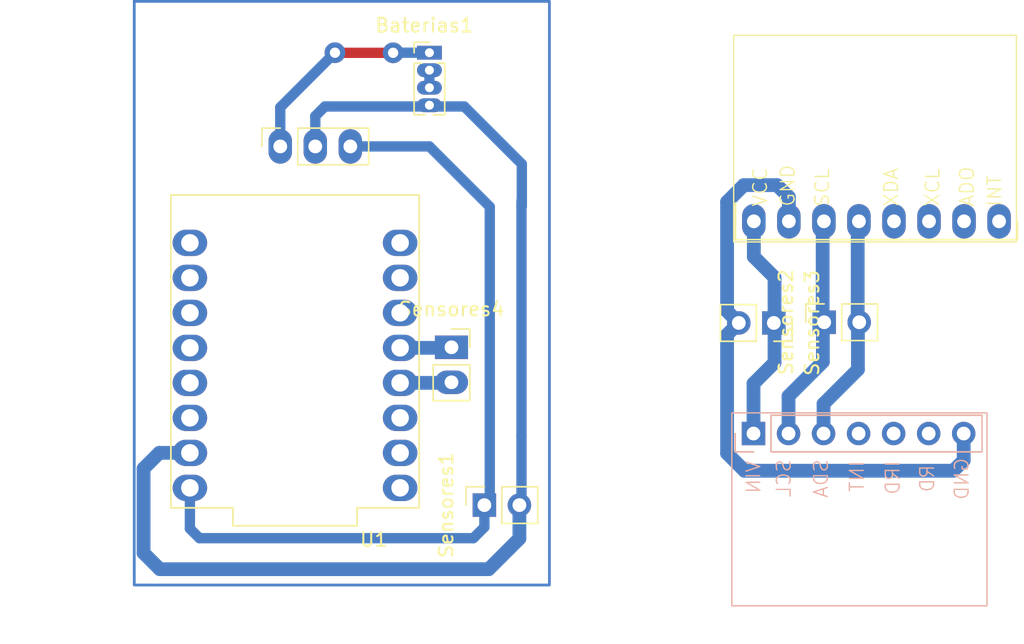
<source format=kicad_pcb>
(kicad_pcb (version 20221018) (generator pcbnew)
  (layers (0 "F.Cu" signal) (31 "B.Cu" signal) (34 "B.Paste" user) (35 "F.Paste" user) (36 "B.SilkS" user "B.Silkscreen") (37 "F.SilkS" user "F.Silkscreen") (38 "B.Mask" user) (39 "F.Mask" user) (44 "Edge.Cuts" user))
  (net 0 "")
  (net 1 "RX")
  (net 2 "TX")
  (net 3 "GND")
  (net 17 "+5V")
  (net 18 "SCL")
  (net 19 "SDA")
  (net 20 "Net-(Baterias1-Pin_1)")
  (net 21 "Net-(Baterias1-Pin_2)")
  (footprint "ESP32-C3_SUPERMINI_TH:MODULE_ESP32-C3_SUPERMINI" (layer "F.Cu") (at 46.08 68.72 180)
    (fp_text reference "U1" (at -5.715 -13.6525) (layer "F.SilkS"))
    (fp_text value "ESP32-C3_SUPERMINI_TH" hide)
    (fp_line (start -9 11.35) (end -9 -11.35) (stroke (width 0.127)) (layer "F.SilkS"))
    (fp_line (start -4.5 -12.65) (end -4.5 -11.35) (stroke (width 0.127)) (layer "F.SilkS"))
    (fp_line (start -4.5 -11.35) (end -9 -11.35) (stroke (width 0.127)) (layer "F.SilkS"))
    (fp_line (start 4.5 -12.65) (end -4.5 -12.65) (stroke (width 0.127)) (layer "F.SilkS"))
    (fp_line (start 4.5 -12.65) (end 4.5 -11.35) (stroke (width 0.127)) (layer "F.SilkS"))
    (fp_line (start 9 -11.35) (end 4.5 -11.35) (stroke (width 0.127)) (layer "F.SilkS"))
    (fp_line (start 9 11.35) (end -9 11.35) (stroke (width 0.127)) (layer "F.SilkS"))
    (fp_line (start 9 11.35) (end 9 -11.35) (stroke (width 0.127)) (layer "F.SilkS"))
    (pad "0" thru_hole oval (at 7.62 7.88 180) (size 2.5 1.905) (drill 1.27) (layers "*.Cu" "*.Mask"))
    (pad "1" thru_hole oval (at 7.62 5.34 180) (size 2.5 1.905) (drill 1.27) (layers "*.Cu" "*.Mask"))
    (pad "2" thru_hole oval (at 7.62 2.8 180) (size 2.5 1.905) (drill 1.27) (layers "*.Cu" "*.Mask"))
    (pad "3" thru_hole oval (at 7.62 0.26 180) (size 2.5 1.905) (drill 1.27) (layers "*.Cu" "*.Mask"))
    (pad "3.3" thru_hole oval (at 7.62 -4.82 180) (size 2.5 1.905) (drill 1.27) (layers "*.Cu" "*.Mask"))
    (pad "4" thru_hole oval (at 7.62 -2.28 180) (size 2.5 1.905) (drill 1.27) (layers "*.Cu" "*.Mask"))
    (pad "5" thru_hole oval (at -7.62 -9.9 180) (size 2.5 1.905) (drill 1.27) (layers "*.Cu" "*.Mask"))
    (pad "5V" thru_hole oval (at 7.62 -9.9 180) (size 2.5 1.905) (drill 1.27) (layers "*.Cu" "*.Mask") (net 17 "+5V"))
    (pad "6" thru_hole oval (at -7.62 -7.36 180) (size 2.5 1.905) (drill 1.27) (layers "*.Cu" "*.Mask"))
    (pad "7" thru_hole oval (at -7.62 -4.82 180) (size 2.5 1.905) (drill 1.27) (layers "*.Cu" "*.Mask"))
    (pad "8" thru_hole oval (at -7.62 -2.28 180) (size 2.5 1.905) (drill 1.27) (layers "*.Cu" "*.Mask") (net 19 "SDA"))
    (pad "9" thru_hole oval (at -7.62 0.26 180) (size 2.5 1.905) (drill 1.27) (layers "*.Cu" "*.Mask") (net 18 "SCL"))
    (pad "10" thru_hole oval (at -7.62 2.8 180) (size 2.5 1.905) (drill 1.27) (layers "*.Cu" "*.Mask"))
    (pad "20" thru_hole oval (at -7.62 5.34 180) (size 2.5 1.905) (drill 1.27) (layers "*.Cu" "*.Mask") (net 2 "TX"))
    (pad "21" thru_hole oval (at -7.62 7.88 180) (size 2.5 1.905) (drill 1.27) (layers "*.Cu" "*.Mask") (net 1 "RX"))
    (pad "G" thru_hole oval (at 7.62 -7.36 180) (size 2.5 1.905) (drill 1.27) (layers "*.Cu" "*.Mask") (net 3 "GND"))
  )
  (footprint "Connector_PinHeader_1.27mm:PinHeader_1x04_P1.27mm_Vertical" (layer "F.Cu") (at 55.825 47.045)
    (fp_text reference "Baterias1" (at -0.375 -1.99) (layer "F.SilkS"))
    (fp_text value "Conn_01x04_Pin" hide)
    (fp_line (start -1.11 -0.76) (end 0 -0.76) (stroke (width 0.12)) (layer "F.SilkS"))
    (fp_line (start -1.11 0) (end -1.11 -0.76) (stroke (width 0.12)) (layer "F.SilkS"))
    (fp_line (start -1.11 0.76) (end -1.11 4.505) (stroke (width 0.12)) (layer "F.SilkS"))
    (fp_line (start -1.11 0.76) (end -0.563471 0.76) (stroke (width 0.12)) (layer "F.SilkS"))
    (fp_line (start -1.11 4.505) (end -0.30753 4.505) (stroke (width 0.12)) (layer "F.SilkS"))
    (fp_line (start 0.30753 4.505) (end 1.11 4.505) (stroke (width 0.12)) (layer "F.SilkS"))
    (fp_line (start 0.563471 0.76) (end 1.11 0.76) (stroke (width 0.12)) (layer "F.SilkS"))
    (fp_line (start 1.11 0.76) (end 1.11 4.505) (stroke (width 0.12)) (layer "F.SilkS"))
    (pad "1" thru_hole rect (at 0 0) (size 1.8 1) (drill 0.65) (layers "*.Cu" "*.Mask") (net 20 "Net-(Baterias1-Pin_1)"))
    (pad "2" thru_hole oval (at 0 1.27) (size 1.8 1) (drill 0.65) (layers "*.Cu" "*.Mask") (net 21 "Net-(Baterias1-Pin_2)"))
    (pad "3" thru_hole oval (at 0 2.54) (size 1.8 1) (drill 0.65) (layers "*.Cu" "*.Mask") (net 21 "Net-(Baterias1-Pin_2)"))
    (pad "4" thru_hole oval (at 0 3.81) (size 1.8 1) (drill 0.65) (layers "*.Cu" "*.Mask") (net 3 "GND"))
  )
  (footprint "Connector_PinSocket_2.54mm:PinSocket_1x02_P2.54mm_Vertical" (layer "F.Cu") (at 80.7975 66.6525 -90)
    (fp_text reference "Sensores3" (at 0 -2.77 -270) (layer "F.SilkS"))
    (fp_text value "Conn_01x02_Socket")
    (fp_line (start -1.33 1.27) (end -1.33 3.87) (stroke (width 0.12)) (layer "F.SilkS"))
    (fp_line (start -1.33 1.27) (end 1.33 1.27) (stroke (width 0.12)) (layer "F.SilkS"))
    (fp_line (start -1.33 3.87) (end 1.33 3.87) (stroke (width 0.12)) (layer "F.SilkS"))
    (fp_line (start 0 -1.33) (end 1.33 -1.33) (stroke (width 0.12)) (layer "F.SilkS"))
    (fp_line (start 1.33 -1.33) (end 1.33 0) (stroke (width 0.12)) (layer "F.SilkS"))
    (fp_line (start 1.33 1.27) (end 1.33 3.87) (stroke (width 0.12)) (layer "F.SilkS"))
    (pad "1" thru_hole rect (at 0 0 270) (size 1.7 1.7) (drill 1) (layers "*.Cu" "*.Mask") (net 17 "+5V"))
    (pad "2" thru_hole oval (at 0 2.54 270) (size 1.7 1.7) (drill 1) (layers "*.Cu" "*.Mask") (net 3 "GND"))
  )
  (footprint "Connector_PinSocket_2.54mm:PinSocket_1x02_P2.54mm_Vertical" (layer "F.Cu") (at 57.425 68.42)
    (fp_text reference "Sensores4" (at 0 -2.77) (layer "F.SilkS"))
    (fp_text value "Conn_01x02_Socket")
    (fp_line (start -1.33 1.27) (end -1.33 3.87) (stroke (width 0.12)) (layer "F.SilkS"))
    (fp_line (start -1.33 1.27) (end 1.33 1.27) (stroke (width 0.12)) (layer "F.SilkS"))
    (fp_line (start -1.33 3.87) (end 1.33 3.87) (stroke (width 0.12)) (layer "F.SilkS"))
    (fp_line (start 0 -1.33) (end 1.33 -1.33) (stroke (width 0.12)) (layer "F.SilkS"))
    (fp_line (start 1.33 -1.33) (end 1.33 0) (stroke (width 0.12)) (layer "F.SilkS"))
    (fp_line (start 1.33 1.27) (end 1.33 3.87) (stroke (width 0.12)) (layer "F.SilkS"))
    (pad "1" thru_hole rect (at 0 0) (size 2.4 1.7) (drill 1) (layers "*.Cu" "*.Mask") (net 18 "SCL"))
    (pad "e" thru_hole oval (at 0 2.54) (size 2.4 1.7) (drill 1) (layers "*.Cu" "*.Mask") (net 19 "SDA"))
  )
  (footprint "Connector_PinSocket_2.54mm:PinSocket_1x02_P2.54mm_Vertical" (layer "F.Cu") (at 59.81 79.87 90)
    (fp_text reference "Sensores1" (at 0 -2.77 90) (layer "F.SilkS"))
    (fp_text value "Conn_01x02_Socket" hide)
    (fp_line (start -1.33 1.27) (end -1.33 3.87) (stroke (width 0.12)) (layer "F.SilkS"))
    (fp_line (start -1.33 1.27) (end 1.33 1.27) (stroke (width 0.12)) (layer "F.SilkS"))
    (fp_line (start -1.33 3.87) (end 1.33 3.87) (stroke (width 0.12)) (layer "F.SilkS"))
    (fp_line (start 0 -1.33) (end 1.33 -1.33) (stroke (width 0.12)) (layer "F.SilkS"))
    (fp_line (start 1.33 -1.33) (end 1.33 0) (stroke (width 0.12)) (layer "F.SilkS"))
    (fp_line (start 1.33 1.27) (end 1.33 3.87) (stroke (width 0.12)) (layer "F.SilkS"))
    (pad "1" thru_hole rect (at 0 0 90) (size 1.7 1.7) (drill 1) (layers "*.Cu" "*.Mask") (net 17 "+5V"))
    (pad "2" thru_hole oval (at 0 2.54 90) (size 1.7 1.7) (drill 1) (layers "*.Cu" "*.Mask") (net 3 "GND"))
  )
  (footprint "HUELLAS MIAS:MPU6050" (layer "F.Cu") (at 87.3875 52.7775 90)
    (fp_text reference "MPU1" hide)
    (fp_text value "~")
    (fp_text user "XDA" (at -5.5 2.5 90 unlocked) (layer "F.SilkS") (effects (font (thickness 0.1)) (justify left bottom)))
    (fp_text user "XCL" (at -5.5 5.5 90 unlocked) (layer "F.SilkS") (effects (font (thickness 0.1)) (justify left bottom)))
    (fp_text user "INT" (at -5.5 10 90 unlocked) (layer "F.SilkS") (effects (font (thickness 0.1)) (justify left bottom)))
    (fp_text user "ADO" (at -5.5 8 90 unlocked) (layer "F.SilkS") (effects (font (thickness 0.1)) (justify left bottom)))
    (fp_text user "VCC" (at -5.5 -7 90 unlocked) (layer "F.SilkS") (effects (font (thickness 0.1)) (justify left bottom)))
    (fp_text user "GND" (at -5.5 -5 90 unlocked) (layer "F.SilkS") (effects (font (thickness 0.1)) (justify left bottom)))
    (fp_text user "SCL" (at -5.5 -2.5 90 unlocked) (layer "F.SilkS") (effects (font (thickness 0.1)) (justify left bottom)))
    (fp_line (start -7.83 -6.77) (end -7.83 11.07) (stroke (width 0.12)) (layer "F.SilkS"))
    (fp_line (start -7.83 8.47) (end -7.83 -9.37) (stroke (width 0.12)) (layer "F.SilkS"))
    (fp_line (start -7.83 11.07) (end -7.83 9.74) (stroke (width 0.12)) (layer "F.SilkS"))
    (fp_line (start -6.5 11.07) (end -7.83 11.07) (stroke (width 0.12)) (layer "F.SilkS"))
    (fp_line (start -5.17 -9.37) (end -7.83 -9.37) (stroke (width 0.12)) (layer "F.SilkS"))
    (fp_rect (start -8 -9.5) (end 7 11) (stroke (width 0.1)) (fill none) (layer "F.SilkS"))
    (pad "1" thru_hole oval (at -6.5 -8.04 90) (size 2.5 1.7) (drill 1) (layers "*.Cu" "*.Mask") (net 17 "+5V"))
    (pad "2" thru_hole oval (at -6.5 -5.5 90) (size 2.5 1.7) (drill 1) (layers "*.Cu" "*.Mask") (net 3 "GND"))
    (pad "3" thru_hole oval (at -6.5 -2.96 90) (size 2.5 1.7) (drill 1) (layers "*.Cu" "*.Mask") (net 18 "SCL"))
    (pad "4" thru_hole oval (at -6.5 -0.42 90) (size 2.5 1.7) (drill 1) (layers "*.Cu" "*.Mask") (net 19 "SDA"))
    (pad "5" thru_hole oval (at -6.5 2.12 90) (size 2.5 1.7) (drill 1) (layers "*.Cu" "*.Mask"))
    (pad "6" thru_hole oval (at -6.5 4.66 90) (size 2.5 1.7) (drill 1) (layers "*.Cu" "*.Mask"))
    (pad "7" thru_hole oval (at -6.5 7.2 90) (size 2.5 1.7) (drill 1) (layers "*.Cu" "*.Mask"))
    (pad "8" thru_hole oval (at -6.5 9.74 90) (size 2.5 1.7) (drill 1) (layers "*.Cu" "*.Mask"))
  )
  (footprint "Connector_PinSocket_2.54mm:PinSocket_1x03_P2.54mm_Vertical" (layer "F.Cu") (at 45.01 53.845 90)
    (fp_text reference "J3" hide)
    (fp_text value "L7805")
    (fp_line (start -1.33 1.27) (end -1.33 6.41) (stroke (width 0.12)) (layer "F.SilkS"))
    (fp_line (start -1.33 1.27) (end 1.33 1.27) (stroke (width 0.12)) (layer "F.SilkS"))
    (fp_line (start -1.33 6.41) (end 1.33 6.41) (stroke (width 0.12)) (layer "F.SilkS"))
    (fp_line (start 0 -1.33) (end 1.33 -1.33) (stroke (width 0.12)) (layer "F.SilkS"))
    (fp_line (start 1.33 -1.33) (end 1.33 0) (stroke (width 0.12)) (layer "F.SilkS"))
    (fp_line (start 1.33 1.27) (end 1.33 6.41) (stroke (width 0.12)) (layer "F.SilkS"))
    (pad "1" thru_hole oval (at 0 0 90) (size 2.5 1.7) (drill 1) (layers "*.Cu" "*.Mask") (net 20 "Net-(Baterias1-Pin_1)"))
    (pad "2" thru_hole oval (at 0 2.54 90) (size 2.5 1.7) (drill 1) (layers "*.Cu" "*.Mask") (net 3 "GND"))
    (pad "3" thru_hole oval (at 0 5.08 90) (size 2.5 1.7) (drill 1) (layers "*.Cu" "*.Mask") (net 17 "+5V"))
  )
  (footprint "Connector_PinSocket_2.54mm:PinSocket_1x02_P2.54mm_Vertical" (layer "F.Cu") (at 84.4475 66.6025 90)
    (fp_text reference "Sensores2" (at 0 -2.77 90) (layer "F.SilkS"))
    (fp_text value "Conn_01x02_Socket")
    (fp_line (start -1.33 1.27) (end -1.33 3.87) (stroke (width 0.12)) (layer "F.SilkS"))
    (fp_line (start -1.33 1.27) (end 1.33 1.27) (stroke (width 0.12)) (layer "F.SilkS"))
    (fp_line (start -1.33 3.87) (end 1.33 3.87) (stroke (width 0.12)) (layer "F.SilkS"))
    (fp_line (start 0 -1.33) (end 1.33 -1.33) (stroke (width 0.12)) (layer "F.SilkS"))
    (fp_line (start 1.33 -1.33) (end 1.33 0) (stroke (width 0.12)) (layer "F.SilkS"))
    (fp_line (start 1.33 1.27) (end 1.33 3.87) (stroke (width 0.12)) (layer "F.SilkS"))
    (pad "1" thru_hole rect (at 0 0 90) (size 1.7 1.7) (drill 1) (layers "*.Cu" "*.Mask") (net 18 "SCL"))
    (pad "2" thru_hole oval (at 0 2.54 90) (size 1.7 1.7) (drill 1) (layers "*.Cu" "*.Mask") (net 19 "SDA"))
  )
  (footprint "MAX30102:max30102" (layer "B.Cu") (at 84.9025 74.6775 -90)
    (fp_text reference "U2" hide)
    (fp_text value "~")
    (fp_text user "RD" (at 2.2 -7.6 -270 unlocked) (layer "B.SilkS") (effects (font (thickness 0.1)) (justify left bottom mirror)))
    (fp_text user "IRD" (at 1.9 -5.1 -270 unlocked) (layer "B.SilkS") (effects (font (thickness 0.1)) (justify left bottom mirror)))
    (fp_text user "INT" (at 1.9 -2.5 -270 unlocked) (layer "B.SilkS") (effects (font (thickness 0.1)) (justify left bottom mirror)))
    (fp_text user "VIN" (at 1.9 5 -270 unlocked) (layer "B.SilkS") (effects (font (thickness 0.1)) (justify left bottom mirror)))
    (fp_text user "GND" (at 1.7 -10.1 -270 unlocked) (layer "B.SilkS") (effects (font (thickness 0.1)) (justify left bottom mirror)))
    (fp_text user "SDA" (at 1.8 0.1 -270 unlocked) (layer "B.SilkS") (effects (font (thickness 0.1)) (justify left bottom mirror)))
    (fp_text user "SCL" (at 1.8 2.8 -270 unlocked) (layer "B.SilkS") (effects (font (thickness 0.1)) (justify left bottom mirror)))
    (fp_line (start -1.33 -10.99) (end 1.33 -10.99) (stroke (width 0.1)) (layer "B.SilkS"))
    (fp_line (start -1.33 4.31) (end -1.33 -10.99) (stroke (width 0.12)) (layer "B.SilkS"))
    (fp_line (start -1.33 4.31) (end 1.33 4.31) (stroke (width 0.12)) (layer "B.SilkS"))
    (fp_line (start 0 6.91) (end 1.33 6.91) (stroke (width 0.12)) (layer "B.SilkS"))
    (fp_line (start 1.33 4.31) (end 1.33 -10.99) (stroke (width 0.12)) (layer "B.SilkS"))
    (fp_line (start 1.33 6.91) (end 1.33 5.58) (stroke (width 0.12)) (layer "B.SilkS"))
    (fp_rect (start -1.5 7.15) (end 12.5 -11.35) (stroke (width 0.1)) (fill none) (layer "B.SilkS"))
    (pad "1" thru_hole rect (at 0 5.58 270) (size 1.7 1.7) (drill 1) (layers "*.Cu" "*.Mask") (net 17 "+5V"))
    (pad "2" thru_hole oval (at 0 3.04 270) (size 1.7 1.7) (drill 1) (layers "*.Cu" "*.Mask") (net 18 "SCL"))
    (pad "3" thru_hole oval (at 0 0.5 270) (size 1.7 1.7) (drill 1) (layers "*.Cu" "*.Mask") (net 19 "SDA"))
    (pad "4" thru_hole oval (at 0 -2.04 270) (size 1.7 1.7) (drill 1) (layers "*.Cu" "*.Mask"))
    (pad "5" thru_hole oval (at 0 -4.58 270) (size 1.7 1.7) (drill 1) (layers "*.Cu" "*.Mask"))
    (pad "6" thru_hole oval (at 0 -7.12 270) (size 1.7 1.7) (drill 1) (layers "*.Cu" "*.Mask"))
    (pad "7" thru_hole oval (at 0 -9.66 270) (size 1.7 1.7) (drill 1) (layers "*.Cu" "*.Mask") (net 3 "GND"))
  )
  (gr_rect (start 34.425 43.32) (end 64.525 85.67) (stroke (width 0.2)) (fill none) (layer "B.Cu"))
  (segment (start 47.55 51.645) (end 48.25 50.945) (width 0.75) (layer "B.Cu") (net 3))
  (segment (start 62.35 82.295) (end 62.35 79.87) (width 1) (layer "B.Cu") (net 3))
  (segment (start 78.6675 77.3775) (end 77.4075 76.1175) (width 1) (layer "B.Cu") (net 3))
  (segment (start 38.54 76) (end 38.46 76.08) (width 1) (layer "B.Cu") (net 3))
  (segment (start 36.24 76.08) (end 35.1 77.22) (width 1) (layer "B.Cu") (net 3))
  (segment (start 77.4075 67.5025) (end 78.2575 66.6525) (width 1) (layer "B.Cu") (net 3))
  (segment (start 62.525 58.17) (end 62.5 58.195) (width 0.75) (layer "B.Cu") (net 3))
  (segment (start 48.25 50.945) (end 58.35 50.945) (width 0.75) (layer "B.Cu") (net 3))
  (segment (start 81.8875 57.5175) (end 81.8875 59.2775) (width 1) (layer "B.Cu") (net 3))
  (segment (start 93.8125 77.3775) (end 78.6675 77.3775) (width 1) (layer "B.Cu") (net 3))
  (segment (start 78.2575 66.6525) (end 77.4075 65.8025) (width 1) (layer "B.Cu") (net 3))
  (segment (start 77.4075 65.8025) (end 77.4075 57.8675) (width 1) (layer "B.Cu") (net 3))
  (segment (start 35.1 83.345) (end 36.275 84.52) (width 1) (layer "B.Cu") (net 3))
  (segment (start 47.55 53.845) (end 47.55 51.645) (width 0.75) (layer "B.Cu") (net 3))
  (segment (start 38.46 76.08) (end 36.24 76.08) (width 1) (layer "B.Cu") (net 3))
  (segment (start 77.4075 76.1175) (end 77.4075 67.5025) (width 1) (layer "B.Cu") (net 3))
  (segment (start 62.5 74.87) (end 62.5 58.195) (width 0.75) (layer "B.Cu") (net 3))
  (segment (start 62.525 55.12) (end 62.525 58.17) (width 0.75) (layer "B.Cu") (net 3))
  (segment (start 60.125 84.52) (end 62.35 82.295) (width 1) (layer "B.Cu") (net 3))
  (segment (start 62.5 74.87) (end 62.5 79.72) (width 0.75) (layer "B.Cu") (net 3))
  (segment (start 35.1 77.22) (end 35.1 83.345) (width 1) (layer "B.Cu") (net 3))
  (segment (start 62.5 58.195) (end 62.5 57.77) (width 0.75) (layer "B.Cu") (net 3))
  (segment (start 62.5 79.72) (end 62.35 79.87) (width 0.75) (layer "B.Cu") (net 3))
  (segment (start 77.4075 57.8675) (end 78.6225 56.6525) (width 1) (layer "B.Cu") (net 3))
  (segment (start 78.6225 56.6525) (end 81.0225 56.6525) (width 1) (layer "B.Cu") (net 3))
  (segment (start 81.0225 56.6525) (end 81.8875 57.5175) (width 1) (layer "B.Cu") (net 3))
  (segment (start 94.5625 76.6275) (end 93.8125 77.3775) (width 1) (layer "B.Cu") (net 3))
  (segment (start 36.275 84.52) (end 60.125 84.52) (width 1) (layer "B.Cu") (net 3))
  (segment (start 58.35 50.945) (end 62.525 55.12) (width 0.75) (layer "B.Cu") (net 3))
  (segment (start 94.5625 74.6775) (end 94.5625 76.6275) (width 1) (layer "B.Cu") (net 3))
  (segment (start 38.46 81.58) (end 39.15 82.27) (width 0.75) (layer "B.Cu") (net 17))
  (segment (start 80.8475 66.7025) (end 80.7975 66.6525) (width 1) (layer "B.Cu") (net 17))
  (segment (start 55.825 53.845) (end 60.2 58.22) (width 0.75) (layer "B.Cu") (net 17))
  (segment (start 79.3475 61.8525) (end 79.3475 59.2775) (width 1) (layer "B.Cu") (net 17))
  (segment (start 80.7975 66.6525) (end 80.8475 66.6025) (width 1) (layer "B.Cu") (net 17))
  (segment (start 80.8475 63.3525) (end 79.3475 61.8525) (width 1) (layer "B.Cu") (net 17))
  (segment (start 80.8475 66.6025) (end 80.8475 63.3525) (width 1) (layer "B.Cu") (net 17))
  (segment (start 39.15 82.27) (end 59.01 82.27) (width 0.75) (layer "B.Cu") (net 17))
  (segment (start 79.3225 71.0525) (end 80.8475 69.5275) (width 1) (layer "B.Cu") (net 17))
  (segment (start 59.01 82.27) (end 59.81 81.47) (width 0.75) (layer "B.Cu") (net 17))
  (segment (start 59.81 81.47) (end 59.81 79.87) (width 0.75) (layer "B.Cu") (net 17))
  (segment (start 80.8475 69.5275) (end 80.8475 66.7025) (width 1) (layer "B.Cu") (net 17))
  (segment (start 38.46 78.62) (end 38.46 81.58) (width 0.75) (layer "B.Cu") (net 17))
  (segment (start 79.3225 74.6775) (end 79.3225 71.0525) (width 1) (layer "B.Cu") (net 17))
  (segment (start 60.2 79.48) (end 59.81 79.87) (width 0.75) (layer "B.Cu") (net 17))
  (segment (start 50.09 53.845) (end 55.825 53.845) (width 0.75) (layer "B.Cu") (net 17))
  (segment (start 60.2 58.22) (end 60.2 79.48) (width 0.75) (layer "B.Cu") (net 17))
  (segment (start 84.3525 66.7025) (end 84.3375 66.6875) (width 1) (layer "B.Cu") (net 18))
  (segment (start 53.7 68.46) (end 57.385 68.46) (width 1) (layer "B.Cu") (net 18))
  (segment (start 84.3525 69.4725) (end 84.3525 66.7025) (width 1) (layer "B.Cu") (net 18))
  (segment (start 81.8625 71.9625) (end 84.3525 69.4725) (width 1) (layer "B.Cu") (net 18))
  (segment (start 81.8625 74.6775) (end 81.8625 71.9625) (width 1) (layer "B.Cu") (net 18))
  (segment (start 84.3375 66.6875) (end 84.3375 59.2525) (width 1) (layer "B.Cu") (net 18))
  (segment (start 57.385 68.46) (end 57.425 68.42) (width 1) (layer "B.Cu") (net 18))
  (segment (start 57.16 68.46) (end 57.2 68.42) (width 0.75) (layer "B.Cu") (net 18))
  (segment (start 84.4025 72.5225) (end 86.8925 70.0325) (width 1) (layer "B.Cu") (net 19))
  (segment (start 84.4025 74.6775) (end 84.4025 72.5225) (width 1) (layer "B.Cu") (net 19))
  (segment (start 86.8925 70.0325) (end 86.8925 66.7025) (width 1) (layer "B.Cu") (net 19))
  (segment (start 56.97 71) (end 57.1 70.87) (width 0.75) (layer "B.Cu") (net 19))
  (segment (start 86.8775 66.6875) (end 86.8775 59.2525) (width 1) (layer "B.Cu") (net 19))
  (segment (start 57.385 71) (end 57.425 70.96) (width 1) (layer "B.Cu") (net 19))
  (segment (start 86.8925 66.7025) (end 86.8775 66.6875) (width 1) (layer "B.Cu") (net 19))
  (segment (start 53.7 71) (end 57.385 71) (width 1) (layer "B.Cu") (net 19))
  (segment (start 53.1925 47.0525) (end 48.9825 47.0525) (width 0.75) (layer "F.Cu") (net 20))
  (segment (start 48.9825 47.0525) (end 48.975 47.045) (width 0.75) (layer "F.Cu") (net 20))
  (via (at 48.975 47.045) (size 1.5) (drill 0.75) (layers "F.Cu" "B.Cu") (net 20))
  (via (at 53.1925 47.0525) (size 1.5) (drill 0.75) (layers "F.Cu" "B.Cu") (net 20))
  (segment (start 45.01 53.845) (end 45.01 51.01) (width 0.75) (layer "B.Cu") (net 20))
  (segment (start 55.825 47.045) (end 53.2 47.045) (width 0.75) (layer "B.Cu") (net 20))
  (segment (start 45.01 51.01) (end 48.975 47.045) (width 0.75) (layer "B.Cu") (net 20))
  (segment (start 53.2 47.045) (end 53.1925 47.0525) (width 0.75) (layer "B.Cu") (net 20))
  (segment (start 55.825 48.315) (end 55.825 49.585) (width 0.75) (layer "B.Cu") (net 21))
)
</source>
